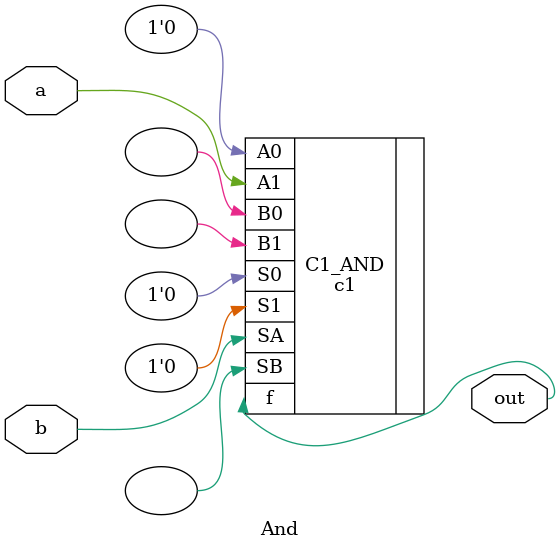
<source format=v>
module And(input a,b, output out);
    c1 C1_AND(.A0(1'b0),.A1(a),.SA(b),.B0(),.B1(),.SB(),.S0(1'b0),.S1(1'b0),.f(out));
endmodule

</source>
